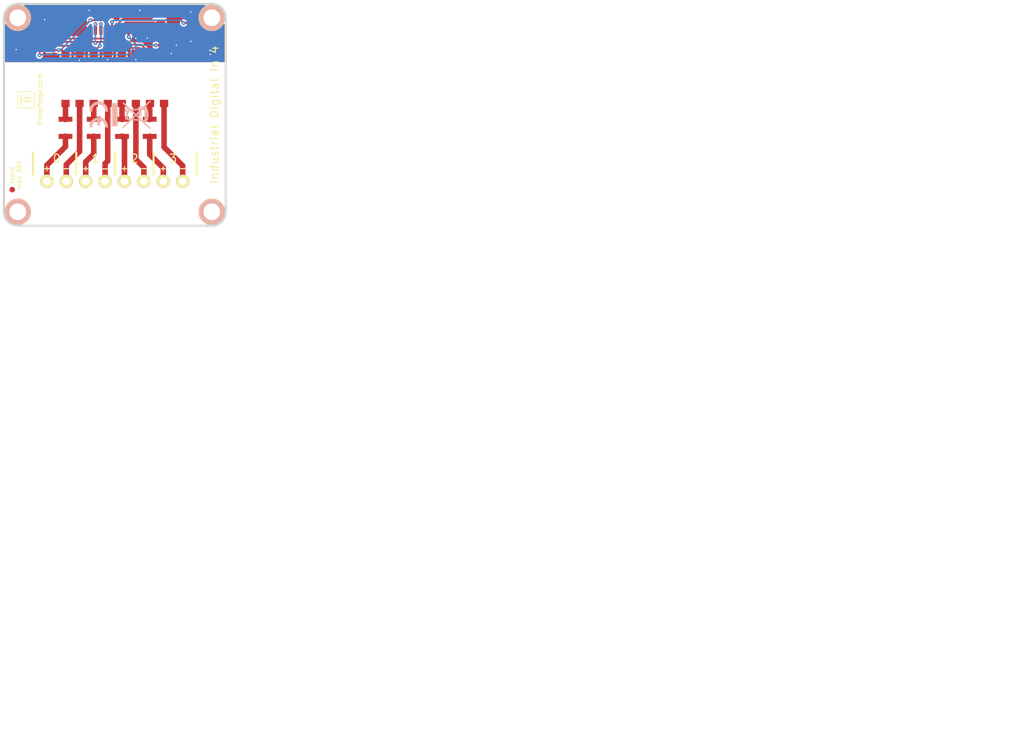
<source format=kicad_pcb>
(kicad_pcb (version 20221018) (generator pcbnew)
  (title_block (date "21 jan 2013"))
  (layers (0 "F.Cu" signal "Front") (31 "B.Cu" signal "Back") (34 "B.Paste" user) (35 "F.Paste" user) (36 "B.SilkS" user "B.Silkscreen") (37 "F.SilkS" user "F.Silkscreen") (38 "B.Mask" user) (39 "F.Mask" user) (44 "Edge.Cuts" user))
  (net 0 "")
  (net 1 "3V3")
  (net 2 "GND")
  (net 3 "INPUT1")
  (net 4 "INPUT2")
  (net 5 "INPUT3")
  (net 6 "INPUT4")
  (net 7 "Net-(P1-Pad1)")
  (net 8 "Net-(P1-Pad4)")
  (net 9 "Net-(P1-Pad5)")
  (net 10 "Net-(P1-Pad6)")
  (net 11 "Net-(P2-Pad2)")
  (net 12 "Net-(P2-Pad3)")
  (net 13 "Net-(P2-Pad4)")
  (net 14 "Net-(P2-Pad1)")
  (net 15 "Net-(P2-Pad5)")
  (net 16 "Net-(P2-Pad6)")
  (net 17 "Net-(P2-Pad7)")
  (net 18 "Net-(P2-Pad8)")
  (net 19 "Net-(R1-Pad1)")
  (net 20 "Net-(R2-Pad1)")
  (net 21 "Net-(R3-Pad1)")
  (net 22 "Net-(R4-Pad1)")
  (net 23 "Net-(U1-Pad7)")
  (footprint "kicad-libraries:SOIC8" (layer "F.Cu") (at 128.80086 42.1005 90)
    (fp_text reference "U1")
    (fp_text value "M24C64")
    (pad "1" smd rect (at -1.90246 2.69748 270) (size 0.59944 1.5494) (layers "F.Cu" "F.Paste" "F.Mask") (net 2 "GND"))
    (pad "2" smd rect (at -0.63246 2.69748 270) (size 0.59944 1.5494) (layers "F.Cu" "F.Paste" "F.Mask") (net 2 "GND"))
    (pad "3" smd rect (at 0.63246 2.69748 270) (size 0.59944 1.5494) (layers "F.Cu" "F.Paste" "F.Mask") (net 10 "Net-(P1-Pad6)"))
    (pad "4" smd rect (at 1.90246 2.69748 270) (size 0.59944 1.5494) (layers "F.Cu" "F.Paste" "F.Mask") (net 2 "GND"))
    (pad "5" smd rect (at 1.90246 -2.69748 90) (size 0.59944 1.5494) (layers "F.Cu" "F.Paste" "F.Mask") (net 9 "Net-(P1-Pad5)"))
    (pad "6" smd rect (at 0.63246 -2.69748 90) (size 0.59944 1.5494) (layers "F.Cu" "F.Paste" "F.Mask") (net 8 "Net-(P1-Pad4)"))
    (pad "7" smd rect (at -0.63246 -2.69748 90) (size 0.59944 1.5494) (layers "F.Cu" "F.Paste" "F.Mask") (net 23 "Net-(U1-Pad7)"))
    (pad "8" smd rect (at -1.90246 -2.69748 90) (size 0.59944 1.5494) (layers "F.Cu" "F.Paste" "F.Mask") (net 1 "3V3"))
  )
  (footprint "kicad-libraries:OQ_8P" (layer "F.Cu") (at 117.80012 70.05066)
    (fp_text reference "P2")
    (fp_text value "Digital Input")
    (pad "1" thru_hole circle (at -12.25042 0) (size 2.4003 2.4003) (drill 1.39954) (layers "*.Cu" "*.Mask" "F.SilkS") (net 14 "Net-(P2-Pad1)"))
    (pad "2" thru_hole circle (at -8.7503 0) (size 2.4003 2.4003) (drill 1.39954) (layers "*.Cu" "*.Mask" "F.SilkS") (net 11 "Net-(P2-Pad2)"))
    (pad "3" thru_hole circle (at -5.25018 0) (size 2.4003 2.4003) (drill 1.39954) (layers "*.Cu" "*.Mask" "F.SilkS") (net 12 "Net-(P2-Pad3)"))
    (pad "4" thru_hole circle (at -1.75006 0) (size 2.4003 2.4003) (drill 1.39954) (layers "*.Cu" "*.Mask" "F.SilkS") (net 13 "Net-(P2-Pad4)"))
    (pad "5" thru_hole circle (at 1.75006 0) (size 2.4003 2.4003) (drill 1.39954) (layers "*.Cu" "*.Mask" "F.SilkS") (net 15 "Net-(P2-Pad5)"))
    (pad "6" thru_hole circle (at 5.25018 0) (size 2.4003 2.4003) (drill 1.39954) (layers "*.Cu" "*.Mask" "F.SilkS") (net 16 "Net-(P2-Pad6)"))
    (pad "7" thru_hole circle (at 8.7503 0) (size 2.4003 2.4003) (drill 1.39954) (layers "*.Cu" "*.Mask" "F.SilkS") (net 17 "Net-(P2-Pad7)"))
    (pad "8" thru_hole circle (at 12.25042 0) (size 2.4003 2.4003) (drill 1.39954) (layers "*.Cu" "*.Mask" "F.SilkS") (net 18 "Net-(P2-Pad8)"))
  )
  (footprint "kicad-libraries:OPTO-SMD16" (layer "F.Cu") (at 117.80012 51.50104)
    (fp_text reference "U2")
    (fp_text value "LTV846S")
    (pad "1" smd rect (at -8.88746 4.49834 180) (size 1.4986 1.29794) (layers "F.Cu" "F.Paste" "F.Mask") (net 19 "Net-(R1-Pad1)"))
    (pad "2" smd rect (at -6.34746 4.49834 180) (size 1.4986 1.29794) (layers "F.Cu" "F.Paste" "F.Mask") (net 11 "Net-(P2-Pad2)"))
    (pad "3" smd rect (at -3.80746 4.49834 180) (size 1.4986 1.29794) (layers "F.Cu" "F.Paste" "F.Mask") (net 20 "Net-(R2-Pad1)"))
    (pad "4" smd rect (at -1.26746 4.49834 180) (size 1.4986 1.29794) (layers "F.Cu" "F.Paste" "F.Mask") (net 13 "Net-(P2-Pad4)"))
    (pad "5" smd rect (at 1.26746 4.49834 180) (size 1.4986 1.29794) (layers "F.Cu" "F.Paste" "F.Mask") (net 21 "Net-(R3-Pad1)"))
    (pad "6" smd rect (at 3.80746 4.49834 180) (size 1.4986 1.29794) (layers "F.Cu" "F.Paste" "F.Mask") (net 16 "Net-(P2-Pad6)"))
    (pad "7" smd rect (at 6.34746 4.49834 180) (size 1.4986 1.29794) (layers "F.Cu" "F.Paste" "F.Mask") (net 22 "Net-(R4-Pad1)"))
    (pad "8" smd rect (at 8.88746 4.49834 180) (size 1.4986 1.29794) (layers "F.Cu" "F.Paste" "F.Mask") (net 18 "Net-(P2-Pad8)"))
    (pad "9" smd rect (at 8.88746 -4.49834) (size 1.4986 1.29794) (layers "F.Cu" "F.Paste" "F.Mask") (net 2 "GND"))
    (pad "10" smd rect (at 6.34746 -4.49834) (size 1.4986 1.29794) (layers "F.Cu" "F.Paste" "F.Mask") (net 6 "INPUT4"))
    (pad "11" smd rect (at 3.80746 -4.49834) (size 1.4986 1.29794) (layers "F.Cu" "F.Paste" "F.Mask") (net 2 "GND"))
    (pad "12" smd rect (at 1.26746 -4.49834) (size 1.4986 1.29794) (layers "F.Cu" "F.Paste" "F.Mask") (net 5 "INPUT3"))
    (pad "13" smd rect (at -1.26746 -4.49834) (size 1.4986 1.29794) (layers "F.Cu" "F.Paste" "F.Mask") (net 2 "GND"))
    (pad "14" smd rect (at -3.80746 -4.49834) (size 1.4986 1.29794) (layers "F.Cu" "F.Paste" "F.Mask") (net 4 "INPUT2"))
    (pad "15" smd rect (at -6.34746 -4.49834) (size 1.4986 1.29794) (layers "F.Cu" "F.Paste" "F.Mask") (net 2 "GND"))
    (pad "16" smd rect (at -8.88746 -4.49834) (size 1.4986 1.29794) (layers "F.Cu" "F.Paste" "F.Mask") (net 3 "INPUT1"))
  )
  (footprint "kicad-libraries:DRILL_NP" (layer "F.Cu") (at 100.29952 40.5511)
    (fp_text reference "U3" hide)
    (fp_text value "DRILL" hide)
    (pad "" np_thru_hole circle (at 0 0) (size 2.99974 2.99974) (drill 2.99974) (layers "*.Cu" "*.Mask" "F.SilkS") (clearance 0.89916))
  )
  (footprint "kicad-libraries:DRILL_NP" (layer "F.Cu") (at 135.30072 40.5511)
    (fp_text reference "U4" hide)
    (fp_text value "DRILL" hide)
    (pad "" np_thru_hole circle (at 0 0) (size 2.99974 2.99974) (drill 2.99974) (layers "*.Cu" "*.Mask" "F.SilkS") (clearance 0.89916))
  )
  (footprint "kicad-libraries:DRILL_NP" (layer "F.Cu") (at 135.30072 75.54976)
    (fp_text reference "U5" hide)
    (fp_text value "DRILL" hide)
    (pad "" np_thru_hole circle (at 0 0) (size 2.99974 2.99974) (drill 2.99974) (layers "*.Cu" "*.Mask" "F.SilkS") (clearance 0.89916))
  )
  (footprint "kicad-libraries:DRILL_NP" (layer "F.Cu") (at 100.29952 75.54976)
    (fp_text reference "U6" hide)
    (fp_text value "DRILL" hide)
    (pad "" np_thru_hole circle (at 0 0) (size 2.99974 2.99974) (drill 2.99974) (layers "*.Cu" "*.Mask" "F.SilkS") (clearance 0.89916))
  )
  (footprint "kicad-libraries:CON-SENSOR" (layer "F.Cu") (at 117.80012 38.0492 180)
    (fp_text reference "P1")
    (fp_text value "CON-SENSOR")
    (pad "1" smd rect (at -4.50088 -4.7752 180) (size 0.59944 1.5494) (layers "F.Cu" "F.Paste" "F.Mask") (net 7 "Net-(P1-Pad1)"))
    (pad "2" smd rect (at -3.50012 -4.7752 180) (size 0.59944 1.5494) (layers "F.Cu" "F.Paste" "F.Mask") (net 2 "GND"))
    (pad "3" smd rect (at -2.49936 -4.7752 180) (size 0.59944 1.5494) (layers "F.Cu" "F.Paste" "F.Mask") (net 1 "3V3"))
    (pad "4" smd rect (at -1.50114 -4.7752 180) (size 0.59944 1.5494) (layers "F.Cu" "F.Paste" "F.Mask") (net 8 "Net-(P1-Pad4)"))
    (pad "5" smd rect (at -0.50038 -4.7752 180) (size 0.59944 1.5494) (layers "F.Cu" "F.Paste" "F.Mask") (net 9 "Net-(P1-Pad5)"))
    (pad "6" smd rect (at 0.50038 -4.7752 180) (size 0.59944 1.5494) (layers "F.Cu" "F.Paste" "F.Mask") (net 10 "Net-(P1-Pad6)"))
    (pad "7" smd rect (at 1.50114 -4.7752 180) (size 0.59944 1.5494) (layers "F.Cu" "F.Paste" "F.Mask") (net 3 "INPUT1"))
    (pad "8" smd rect (at 2.49936 -4.7752 180) (size 0.59944 1.5494) (layers "F.Cu" "F.Paste" "F.Mask") (net 4 "INPUT2"))
    (pad "9" smd rect (at 3.50012 -4.7752 180) (size 0.59944 1.5494) (layers "F.Cu" "F.Paste" "F.Mask") (net 5 "INPUT3"))
    (pad "10" smd rect (at 4.50088 -4.7752 180) (size 0.59944 1.5494) (layers "F.Cu" "F.Paste" "F.Mask") (net 6 "INPUT4"))
    (pad "EP" smd rect (at -5.79882 -0.89916 180) (size 1.19888 1.80086) (layers "F.Cu" "F.Paste" "F.Mask") (net 2 "GND"))
    (pad "EP" smd rect (at 5.79882 -0.89916 180) (size 1.19888 1.80086) (layers "F.Cu" "F.Paste" "F.Mask") (net 2 "GND"))
  )
  (footprint "kicad-libraries:0603X4" (layer "F.Cu") (at 105.10012 45.1993 -90)
    (fp_text reference "RP1")
    (fp_text value "10k")
    (pad "1" smd rect (at 1.19888 -0.8509 270) (size 0.44958 0.89916) (layers "F.Cu" "F.Paste" "F.Mask") (net 3 "INPUT1"))
    (pad "2" smd rect (at 0.39878 -0.8509 270) (size 0.44958 0.89916) (layers "F.Cu" "F.Paste" "F.Mask") (net 4 "INPUT2"))
    (pad "3" smd rect (at -0.39878 -0.8509 270) (size 0.44958 0.89916) (layers "F.Cu" "F.Paste" "F.Mask") (net 5 "INPUT3"))
    (pad "4" smd rect (at -1.19888 -0.8509 270) (size 0.44958 0.89916) (layers "F.Cu" "F.Paste" "F.Mask") (net 6 "INPUT4"))
    (pad "5" smd rect (at -1.19888 0.8509 270) (size 0.44958 0.89916) (layers "F.Cu" "F.Paste" "F.Mask") (net 1 "3V3"))
    (pad "6" smd rect (at -0.39878 0.8509 270) (size 0.44958 0.89916) (layers "F.Cu" "F.Paste" "F.Mask") (net 1 "3V3"))
    (pad "7" smd rect (at 0.39878 0.8509 270) (size 0.44958 0.89916) (layers "F.Cu" "F.Paste" "F.Mask") (net 1 "3V3"))
    (pad "8" smd rect (at 1.19888 0.8509 270) (size 0.44958 0.89916) (layers "F.Cu" "F.Paste" "F.Mask") (net 1 "3V3"))
  )
  (footprint "kicad-libraries:Fiducial_Mark" (layer "F.Cu") (at 99.3013 71.54926)
    (fp_text reference "Fiducial_Mark" hide)
    (fp_text value "VAL**" hide)
    (pad "1" smd circle (at 0 0) (size 1.00076 1.00076) (layers "F.Cu" "F.Paste" "F.Mask") (clearance 0.65024))
  )
  (footprint "kicad-libraries:Fiducial_Mark" (layer "F.Cu") (at 135.8011 44.54906)
    (fp_text reference "Fiducial_Mark" hide)
    (fp_text value "VAL**" hide)
    (pad "1" smd circle (at 0 0) (size 1.00076 1.00076) (layers "F.Cu" "F.Paste" "F.Mask") (clearance 0.65024))
  )
  (footprint "kicad-libraries:Logo_31x31" (layer "F.Cu") (at 100.17506 56.92394 90)
    (fp_text reference "G***" hide)
    (fp_text value "Logo_31x31" hide)
  )
  (footprint "kicad-libraries:C0603" (layer "F.Cu") (at 126.90094 45.49902)
    (fp_text reference "C1")
    (fp_text value "100nF")
    (pad "1" smd rect (at -0.8001 0) (size 0.8001 0.8001) (layers "F.Cu" "F.Paste" "F.Mask") (net 1 "3V3"))
    (pad "2" smd rect (at 0.8001 0) (size 0.8001 0.8001) (layers "F.Cu" "F.Paste" "F.Mask") (net 2 "GND"))
  )
  (footprint "kicad-libraries:R1210" (layer "F.Cu") (at 108.89996 60.4012 -90)
    (fp_text reference "R1")
    (fp_text value "4.7k")
    (pad "1" smd rect (at -1.5494 0 270) (size 0.89916 2.49936) (layers "F.Cu" "F.Paste" "F.Mask") (net 19 "Net-(R1-Pad1)") (clearance 0.14986))
    (pad "2" smd rect (at 1.5494 0 270) (size 0.89916 2.49936) (layers "F.Cu" "F.Paste" "F.Mask") (net 14 "Net-(P2-Pad1)") (clearance 0.14986))
  )
  (footprint "kicad-libraries:R1210" (layer "F.Cu") (at 114.00028 60.4012 -90)
    (fp_text reference "R2")
    (fp_text value "4.7k")
    (pad "1" smd rect (at -1.5494 0 270) (size 0.89916 2.49936) (layers "F.Cu" "F.Paste" "F.Mask") (net 20 "Net-(R2-Pad1)") (clearance 0.14986))
    (pad "2" smd rect (at 1.5494 0 270) (size 0.89916 2.49936) (layers "F.Cu" "F.Paste" "F.Mask") (net 12 "Net-(P2-Pad3)") (clearance 0.14986))
  )
  (footprint "kicad-libraries:R1210" (layer "F.Cu") (at 119.1006 60.4012 -90)
    (fp_text reference "R3")
    (fp_text value "4.7k")
    (pad "1" smd rect (at -1.5494 0 270) (size 0.89916 2.49936) (layers "F.Cu" "F.Paste" "F.Mask") (net 21 "Net-(R3-Pad1)") (clearance 0.14986))
    (pad "2" smd rect (at 1.5494 0 270) (size 0.89916 2.49936) (layers "F.Cu" "F.Paste" "F.Mask") (net 15 "Net-(P2-Pad5)") (clearance 0.14986))
  )
  (footprint "kicad-libraries:R1210" (layer "F.Cu") (at 124.09932 60.4012 -90)
    (fp_text reference "R4")
    (fp_text value "4.7k")
    (pad "1" smd rect (at -1.5494 0 270) (size 0.89916 2.49936) (layers "F.Cu" "F.Paste" "F.Mask") (net 22 "Net-(R4-Pad1)") (clearance 0.14986))
    (pad "2" smd rect (at 1.5494 0 270) (size 0.89916 2.49936) (layers "F.Cu" "F.Paste" "F.Mask") (net 17 "Net-(P2-Pad7)") (clearance 0.14986))
  )
  (footprint "kicad-libraries:CE_5mm" (layer "B.Cu") (at 114.9 58.05 -90)
    (fp_text reference "VAL" hide)
    (fp_text value "CE_5mm" hide)
  )
  (footprint "kicad-libraries:WEEE_7mm" (layer "B.Cu") (at 120.775 58.05 90)
    (fp_text reference "VAL" hide)
    (fp_text value "WEEE_7mm" hide)
  )
  (gr_line (start 124.80036 68.84924) (end 124.80036 64.84874) (stroke (width 0.381)) (layer "F.SilkS"))
  (gr_line (start 110.85068 68.84924) (end 110.85068 64.84874) (stroke (width 0.381)) (layer "F.SilkS"))
  (gr_line (start 132.5499 68.84924) (end 132.5499 64.84874) (stroke (width 0.381)) (layer "F.SilkS"))
  (gr_line (start 117.80012 68.84924) (end 117.80012 64.84874) (stroke (width 0.381)) (layer "F.SilkS"))
  (gr_line (start 103.05034 68.84924) (end 103.05034 64.84874) (stroke (width 0.381)) (layer "F.SilkS"))
  (gr_arc (start 97.80016 40.5511) (mid 98.532206 38.783786) (end 100.29952 38.05174) (stroke (width 0.381)) (layer "Edge.Cuts"))
  (gr_arc (start 137.80008 75.54976) (mid 137.06729 77.31887) (end 135.29818 78.05166) (stroke (width 0.381)) (layer "Edge.Cuts"))
  (gr_line (start 97.80016 40.5511) (end 97.80016 75.54976) (stroke (width 0.381)) (layer "Edge.Cuts"))
  (gr_arc (start 135.29818 38.0492) (mid 137.06729 38.78199) (end 137.80008 40.5511) (stroke (width 0.381)) (layer "Edge.Cuts"))
  (gr_arc (start 100.29952 78.04912) (mid 98.532206 77.317074) (end 97.80016 75.54976) (stroke (width 0.381)) (layer "Edge.Cuts"))
  (gr_line (start 100.29952 78.04912) (end 135.30072 78.04912) (stroke (width 0.381)) (layer "Edge.Cuts"))
  (gr_line (start 135.30072 38.0492) (end 100.29952 38.0492) (stroke (width 0.381)) (layer "Edge.Cuts"))
  (gr_line (start 137.80262 75.54976) (end 137.80262 40.5511) (stroke (width 0.381)) (layer "Edge.Cuts"))
  (gr_text "tinkerforge.com" (at 104.30002 55.29834 90) (layer "F.SilkS") (effects (font (size 0.8001 0.8001) (thickness 0.14986))))
  (gr_text "2" (at 121.35104 65.94856) (layer "F.SilkS") (effects (font (size 1.50114 1.50114) (thickness 0.20066))))
  (gr_text "1" (at 114.3 65.94856) (layer "F.SilkS") (effects (font (size 1.50114 1.50114) (thickness 0.20066))))
  (gr_text "-" (at 123.0503 67.69862) (layer "F.SilkS") (effects (font (size 1.00076 1.00076) (thickness 0.20066))))
  (gr_text "Input\nmax 36V" (at 99.90074 68.9483 90) (layer "F.SilkS") (effects (font (size 0.8001 0.8001) (thickness 0.14986))))
  (gr_text "+" (at 105.5497 67.69862) (layer "F.SilkS") (effects (font (size 1.00076 1.00076) (thickness 0.20066))))
  (gr_text "-" (at 130.05054 67.69862) (layer "F.SilkS") (effects (font (size 1.00076 1.00076) (thickness 0.20066))))
  (gr_text "-" (at 116.05006 67.74942) (layer "F.SilkS") (effects (font (size 1.00076 1.00076) (thickness 0.20066))))
  (gr_text "+" (at 112.54994 67.69862) (layer "F.SilkS") (effects (font (size 1.00076 1.00076) (thickness 0.20066))))
  (gr_text "0" (at 107.35056 65.94856) (layer "F.SilkS") (effects (font (size 1.50114 1.50114) (thickness 0.20066))))
  (gr_text "-" (at 109.04982 67.69862) (layer "F.SilkS") (effects (font (size 1.00076 1.00076) (thickness 0.20066))))
  (gr_text "+" (at 119.55018 67.69862) (layer "F.SilkS") (effects (font (size 1.00076 1.00076) (thickness 0.20066))))
  (gr_text "Industrial Digital In 4" (at 135.7503 58.04916 90) (layer "F.SilkS") (effects (font (size 1.50114 1.50114) (thickness 0.20066))))
  (gr_text "3" (at 128.30048 65.94856) (layer "F.SilkS") (effects (font (size 1.50114 1.50114) (thickness 0.20066))))
  (gr_text "+" (at 126.55042 67.69862) (layer "F.SilkS") (effects (font (size 1.00076 1.00076) (thickness 0.20066))))
  (segment (start 125.19914 45.49902) (end 126.10084 45.49902) (width 0.29972) (layer "F.Cu") (net 1))
  (segment (start 104.24922 44.80052) (end 104.24922 44.00042) (width 0.29972) (layer "F.Cu") (net 1))
  (segment (start 104.24922 45.59808) (end 104.24922 44.80052) (width 0.29972) (layer "F.Cu") (net 1))
  (segment (start 104.24922 47.25162) (end 104.20096 47.29988) (width 0.29972) (layer "F.Cu") (net 1))
  (segment (start 126.10338 45.49648) (end 126.10084 45.49902) (width 0.29972) (layer "F.Cu") (net 1))
  (segment (start 104.24922 46.39818) (end 104.24922 45.59808) (width 0.29972) (layer "F.Cu") (net 1))
  (segment (start 104.24922 46.39818) (end 104.24922 47.25162) (width 0.29972) (layer "F.Cu") (net 1))
  (segment (start 126.10338 44.00296) (end 126.10338 45.49648) (width 0.29972) (layer "F.Cu") (net 1))
  (segment (start 120.29948 43.07586) (end 120.29948 44.00042) (width 0.29972) (layer "F.Cu") (net 1))
  (via (at 104.20096 47.29988) (size 0.70104) (drill 0.24892) (layers "F.Cu" "B.Cu") (net 1))
  (via (at 125.19914 45.49902) (size 0.70104) (drill 0.24892) (layers "F.Cu" "B.Cu") (net 1))
  (via (at 120.29948 44.00042) (size 0.70104) (drill 0.24892) (layers "F.Cu" "B.Cu") (net 1))
  (segment (start 121.79808 45.49902) (end 125.19914 45.49902) (width 0.29972) (layer "B.Cu") (net 1))
  (segment (start 120.09628 47.20082) (end 121.79808 45.49902) (width 0.29972) (layer "B.Cu") (net 1))
  (segment (start 104.20096 47.29988) (end 104.30002 47.20082) (width 0.29972) (layer "B.Cu") (net 1))
  (segment (start 104.30002 47.20082) (end 120.09628 47.20082) (width 0.29972) (layer "B.Cu") (net 1))
  (segment (start 120.29948 44.00042) (end 121.79808 45.49902) (width 0.29972) (layer "B.Cu") (net 1))
  (segment (start 131.50088 39.49954) (end 131.49834 39.50208) (width 0.29972) (layer "F.Cu") (net 2))
  (segment (start 111.39932 48.19904) (end 111.45266 48.1457) (width 0.29972) (layer "F.Cu") (net 2))
  (segment (start 111.45266 48.1457) (end 111.45266 47.0027) (width 0.29972) (layer "F.Cu") (net 2))
  (segment (start 131.50088 44.80052) (end 131.49834 44.79798) (width 0.29972) (layer "F.Cu") (net 2))
  (segment (start 128.89992 45.49902) (end 127.70104 45.49902) (width 0.29972) (layer "F.Cu") (net 2))
  (segment (start 131.50088 44.80052) (end 133.20268 44.80052) (width 0.29972) (layer "F.Cu") (net 2))
  (segment (start 133.20268 44.80052) (end 135.04926 47.15002) (width 0.29972) (layer "F.Cu") (net 2))
  (segment (start 105.15092 40.89908) (end 105.15092 41.148) (width 0.29972) (layer "F.Cu") (net 2))
  (segment (start 132.26796 42.73296) (end 131.49834 42.73296) (width 0.29972) (layer "F.Cu") (net 2))
  (segment (start 132.6007 40.89908) (end 132.6007 42.40022) (width 0.29972) (layer "F.Cu") (net 2))
  (segment (start 121.30024 42.8244) (end 121.30024 43.94962) (width 0.29972) (layer "F.Cu") (net 2))
  (segment (start 107.10164 38.94836) (end 105.15092 40.89908) (width 0.29972) (layer "F.Cu") (net 2))
  (segment (start 131.49834 44.00296) (end 131.49834 42.73296) (width 0.29972) (layer "F.Cu") (net 2))
  (segment (start 131.49834 39.50208) (end 131.49834 40.19804) (width 0.29972) (layer "F.Cu") (net 2))
  (segment (start 127.99822 47.0027) (end 128.00076 47.00016) (width 0.29972) (layer "F.Cu") (net 2))
  (segment (start 116.53266 48.06696) (end 116.53266 47.0027) (width 0.29972) (layer "F.Cu") (net 2))
  (segment (start 121.30024 43.94962) (end 121.59996 44.24934) (width 0.29972) (layer "F.Cu") (net 2))
  (segment (start 126.68758 47.0027) (end 127.99822 47.0027) (width 0.29972) (layer "F.Cu") (net 2))
  (segment (start 131.49834 40.19804) (end 131.89966 40.19804) (width 0.29972) (layer "F.Cu") (net 2))
  (segment (start 112.0013 39.19982) (end 113.20018 39.19982) (width 0.29972) (layer "F.Cu") (net 2))
  (segment (start 131.49834 44.79798) (end 131.49834 44.00296) (width 0.29972) (layer "F.Cu") (net 2))
  (segment (start 121.59996 48.09998) (end 121.60758 48.09236) (width 0.29972) (layer "F.Cu") (net 2))
  (segment (start 131.89966 40.19804) (end 132.6007 40.89908) (width 0.29972) (layer "F.Cu") (net 2))
  (segment (start 112.0013 38.94836) (end 107.10164 38.94836) (width 0.29972) (layer "F.Cu") (net 2))
  (segment (start 132.6007 42.40022) (end 132.26796 42.73296) (width 0.29972) (layer "F.Cu") (net 2))
  (segment (start 121.60758 48.09236) (end 121.60758 47.0027) (width 0.29972) (layer "F.Cu") (net 2))
  (segment (start 123.59894 39.19982) (end 122.301 39.19982) (width 0.29972) (layer "F.Cu") (net 2))
  (segment (start 116.49964 48.09998) (end 116.53266 48.06696) (width 0.29972) (layer "F.Cu") (net 2))
  (segment (start 105.15092 41.148) (end 99.9998 46.29912) (width 0.29972) (layer "F.Cu") (net 2))
  (via (at 113.20018 39.19982) (size 0.70104) (drill 0.24892) (layers "F.Cu" "B.Cu") (net 2))
  (via (at 111.39932 48.19904) (size 0.70104) (drill 0.24892) (layers "F.Cu" "B.Cu") (net 2))
  (via (at 128.00076 47.00016) (size 0.70104) (drill 0.24892) (layers "F.Cu" "B.Cu") (net 2))
  (via (at 131.50088 39.49954) (size 0.70104) (drill 0.24892) (layers "F.Cu" "B.Cu") (net 2))
  (via (at 121.59996 44.24934) (size 0.70104) (drill 0.24892) (layers "F.Cu" "B.Cu") (net 2))
  (via (at 131.50088 44.80052) (size 0.70104) (drill 0.24892) (layers "F.Cu" "B.Cu") (net 2))
  (via (at 123.64974 44.24934) (size 0.70104) (drill 0.24892) (layers "F.Cu" "B.Cu") (net 2))
  (via (at 105.15092 40.89908) (size 0.70104) (drill 0.24892) (layers "F.Cu" "B.Cu") (net 2))
  (via (at 121.59996 48.09998) (size 0.70104) (drill 0.24892) (layers "F.Cu" "B.Cu") (net 2))
  (via (at 116.49964 48.09998) (size 0.70104) (drill 0.24892) (layers "F.Cu" "B.Cu") (net 2))
  (via (at 99.9998 46.29912) (size 0.70104) (drill 0.24892) (layers "F.Cu" "B.Cu") (net 2))
  (via (at 135.04926 47.15002) (size 0.70104) (drill 0.24892) (layers "F.Cu" "B.Cu") (net 2))
  (via (at 128.89992 45.49902) (size 0.70104) (drill 0.24892) (layers "F.Cu" "B.Cu") (net 2))
  (via (at 122.301 39.19982) (size 0.70104) (drill 0.24892) (layers "F.Cu" "B.Cu") (net 2))
  (segment (start 122.60072 39.49954) (end 131.50088 39.49954) (width 0.29972) (layer "B.Cu") (net 2))
  (segment (start 125.24994 44.24934) (end 126.49962 45.49902) (width 0.29972) (layer "B.Cu") (net 2))
  (segment (start 123.64974 44.24934) (end 125.24994 44.24934) (width 0.29972) (layer "B.Cu") (net 2))
  (segment (start 121.59996 44.24934) (end 123.64974 44.24934) (width 0.29972) (layer "B.Cu") (net 2))
  (segment (start 121.59996 48.09998) (end 116.49964 48.09998) (width 0.29972) (layer "B.Cu") (net 2))
  (segment (start 116.49964 48.09998) (end 111.49838 48.09998) (width 0.29972) (layer "B.Cu") (net 2))
  (segment (start 128.00076 47.00016) (end 122.69978 47.00016) (width 0.29972) (layer "B.Cu") (net 2))
  (segment (start 126.49962 45.49902) (end 128.89992 45.49902) (width 0.29972) (layer "B.Cu") (net 2))
  (segment (start 130.80238 45.49902) (end 131.50088 44.80052) (width 0.29972) (layer "B.Cu") (net 2))
  (segment (start 111.49838 48.09998) (end 111.39932 48.19904) (width 0.29972) (layer "B.Cu") (net 2))
  (segment (start 122.69978 47.00016) (end 121.59996 48.09998) (width 0.29972) (layer "B.Cu") (net 2))
  (segment (start 113.20018 39.19982) (end 122.301 39.19982) (width 0.29972) (layer "B.Cu") (net 2))
  (segment (start 128.00076 47.00016) (end 128.89992 46.101) (width 0.29972) (layer "B.Cu") (net 2))
  (segment (start 128.89992 46.101) (end 128.89992 45.49902) (width 0.29972) (layer "B.Cu") (net 2))
  (segment (start 128.89992 45.49902) (end 130.80238 45.49902) (width 0.29972) (layer "B.Cu") (net 2))
  (segment (start 122.301 39.19982) (end 122.60072 39.49954) (width 0.29972) (layer "B.Cu") (net 2))
  (segment (start 113.40338 41.00068) (end 113.40084 40.99814) (width 0.29972) (layer "F.Cu") (net 3))
  (segment (start 115.80114 41.00068) (end 114.09934 41.00068) (width 0.29972) (layer "F.Cu") (net 3))
  (segment (start 107.70108 46.39818) (end 108.30814 46.39818) (width 0.29972) (layer "F.Cu") (net 3))
  (segment (start 114.09934 41.00068) (end 113.40338 41.00068) (width 0.29972) (layer "F.Cu") (net 3))
  (segment (start 107.70108 46.40072) (end 107.70108 46.39818) (width 0.29972) (layer "F.Cu") (net 3))
  (segment (start 105.95102 46.39818) (end 107.70108 46.39818) (width 0.29972) (layer "F.Cu") (net 3))
  (segment (start 116.29898 41.49852) (end 115.80114 41.00068) (width 0.29972) (layer "F.Cu") (net 3))
  (segment (start 116.29898 43.07586) (end 116.29898 41.49852) (width 0.29972) (layer "F.Cu") (net 3))
  (segment (start 108.30814 46.39818) (end 108.91266 47.0027) (width 0.29972) (layer "F.Cu") (net 3))
  (via (at 107.70108 46.40072) (size 0.70104) (drill 0.24892) (layers "F.Cu" "B.Cu") (net 3))
  (via (at 113.40084 40.99814) (size 0.70104) (drill 0.24892) (layers "F.Cu" "B.Cu") (net 3))
  (segment (start 113.40084 40.99814) (end 107.99826 46.40072) (width 0.29972) (layer "B.Cu") (net 3))
  (segment (start 107.99826 46.40072) (end 107.70108 46.40072) (width 0.29972) (layer "B.Cu") (net 3))
  (segment (start 115.1001 45.60062) (end 113.99266 46.70806) (width 0.29972) (layer "F.Cu") (net 4))
  (segment (start 115.30076 43.07586) (end 115.30076 41.69918) (width 0.29972) (layer "F.Cu") (net 4))
  (segment (start 112.58804 45.59808) (end 113.99266 47.0027) (width 0.29972) (layer "F.Cu") (net 4))
  (segment (start 113.99266 46.70806) (end 113.99266 47.0027) (width 0.29972) (layer "F.Cu") (net 4))
  (segment (start 105.95102 45.59808) (end 112.58804 45.59808) (width 0.29972) (layer "F.Cu") (net 4))
  (via (at 115.1001 45.60062) (size 0.70104) (drill 0.24892) (layers "F.Cu" "B.Cu") (net 4))
  (via (at 115.30076 41.69918) (size 0.70104) (drill 0.24892) (layers "F.Cu" "B.Cu") (net 4))
  (segment (start 115.1001 45.10024) (end 115.1001 45.60062) (width 0.29972) (layer "B.Cu") (net 4))
  (segment (start 115.30076 44.89958) (end 115.1001 45.10024) (width 0.29972) (layer "B.Cu") (net 4))
  (segment (start 115.30076 41.69918) (end 115.30076 44.89958) (width 0.29972) (layer "B.Cu") (net 4))
  (segment (start 116.96446 44.89958) (end 119.06758 47.0027) (width 0.29972) (layer "F.Cu") (net 5))
  (segment (start 114.3 45.10024) (end 114.3 44.89958) (width 0.29972) (layer "F.Cu") (net 5))
  (segment (start 114.3 43.07586) (end 114.3 41.69918) (width 0.29972) (layer "F.Cu") (net 5))
  (segment (start 106.89844 44.80052) (end 106.9975 44.89958) (width 0.29972) (layer "F.Cu") (net 5))
  (segment (start 106.9975 44.89958) (end 114.3 44.89958) (width 0.29972) (layer "F.Cu") (net 5))
  (segment (start 114.3 44.89958) (end 116.96446 44.89958) (width 0.29972) (layer "F.Cu") (net 5))
  (segment (start 105.95102 44.80052) (end 106.89844 44.80052) (width 0.29972) (layer "F.Cu") (net 5))
  (via (at 114.3 41.69918) (size 0.70104) (drill 0.24892) (layers "F.Cu" "B.Cu") (net 5))
  (via (at 114.3 45.10024) (size 0.70104) (drill 0.24892) (layers "F.Cu" "B.Cu") (net 5))
  (segment (start 114.3 41.69918) (end 114.3 45.10024) (width 0.29972) (layer "B.Cu") (net 5))
  (segment (start 119.40032 44.30014) (end 113.29924 44.30014) (width 0.29972) (layer "F.Cu") (net 6))
  (segment (start 107.70108 44.30014) (end 107.40136 44.00042) (width 0.29972) (layer "F.Cu") (net 6))
  (segment (start 113.29924 44.30014) (end 107.70108 44.30014) (width 0.29972) (layer "F.Cu") (net 6))
  (segment (start 107.40136 44.00042) (end 105.95102 44.00042) (width 0.29972) (layer "F.Cu") (net 6))
  (segment (start 113.29924 43.07586) (end 113.29924 44.30014) (width 0.29972) (layer "F.Cu") (net 6))
  (segment (start 120.50014 45.39996) (end 122.54484 45.39996) (width 0.29972) (layer "F.Cu") (net 6))
  (segment (start 122.54484 45.39996) (end 124.14758 47.0027) (width 0.29972) (layer "F.Cu") (net 6))
  (segment (start 119.40032 44.30014) (end 120.50014 45.39996) (width 0.29972) (layer "F.Cu") (net 6))
  (segment (start 119.30126 41.79824) (end 119.70004 41.39946) (width 0.29972) (layer "F.Cu") (net 8))
  (segment (start 119.30126 43.07586) (end 119.30126 41.79824) (width 0.29972) (layer "F.Cu") (net 8))
  (segment (start 124.8664 41.46804) (end 126.10338 41.46804) (width 0.29972) (layer "F.Cu") (net 8))
  (segment (start 119.70004 41.39946) (end 124.79782 41.39946) (width 0.29972) (layer "F.Cu") (net 8))
  (segment (start 124.79782 41.39946) (end 124.8664 41.46804) (width 0.29972) (layer "F.Cu") (net 8))
  (segment (start 124.39904 40.70096) (end 119.29872 40.70096) (width 0.29972) (layer "F.Cu") (net 9))
  (segment (start 118.3005 41.69918) (end 118.3005 43.07586) (width 0.29972) (layer "F.Cu") (net 9))
  (segment (start 119.29872 40.70096) (end 118.3005 41.69918) (width 0.29972) (layer "F.Cu") (net 9))
  (segment (start 124.90196 40.19804) (end 124.39904 40.70096) (width 0.29972) (layer "F.Cu") (net 9))
  (segment (start 126.10338 40.19804) (end 124.90196 40.19804) (width 0.29972) (layer "F.Cu") (net 9))
  (segment (start 130.2004 41.50106) (end 130.23342 41.46804) (width 0.29972) (layer "F.Cu") (net 10))
  (segment (start 130.23342 41.46804) (end 131.49834 41.46804) (width 0.29972) (layer "F.Cu") (net 10))
  (segment (start 117.29974 43.07586) (end 117.29974 41.3004) (width 0.29972) (layer "F.Cu") (net 10))
  (via (at 130.2004 41.50106) (size 0.70104) (drill 0.24892) (layers "F.Cu" "B.Cu") (net 10))
  (via (at 117.29974 41.3004) (size 0.70104) (drill 0.24892) (layers "F.Cu" "B.Cu") (net 10))
  (segment (start 117.29974 41.3004) (end 117.59946 41.00068) (width 0.29972) (layer "B.Cu") (net 10))
  (segment (start 129.70002 41.00068) (end 130.2004 41.50106) (width 0.29972) (layer "B.Cu") (net 10))
  (segment (start 117.59946 41.00068) (end 129.70002 41.00068) (width 0.29972) (layer "B.Cu") (net 10))
  (segment (start 109.04982 67.05092) (end 111.45266 64.64808) (width 1.00076) (layer "F.Cu") (net 11))
  (segment (start 111.45266 64.64808) (end 111.45266 55.99938) (width 1.00076) (layer "F.Cu") (net 11))
  (segment (start 109.04982 69.7992) (end 109.04982 67.05092) (width 1.00076) (layer "F.Cu") (net 11))
  (segment (start 112.54994 66.55054) (end 114.00028 65.1002) (width 1.00076) (layer "F.Cu") (net 12))
  (segment (start 112.54994 69.7992) (end 112.54994 66.55054) (width 1.00076) (layer "F.Cu") (net 12))
  (segment (start 114.00028 65.1002) (end 114.00028 61.90234) (width 1.00076) (layer "F.Cu") (net 12))
  (segment (start 116.53266 66.36766) (end 116.53266 55.99938) (width 1.00076) (layer "F.Cu") (net 13))
  (segment (start 116.05006 69.7992) (end 116.05006 66.85026) (width 1.00076) (layer "F.Cu") (net 13))
  (segment (start 116.05006 66.85026) (end 116.53266 66.36766) (width 1.00076) (layer "F.Cu") (net 13))
  (segment (start 105.5497 67.14998) (end 108.89996 63.79972) (width 1.00076) (layer "F.Cu") (net 14))
  (segment (start 108.89996 63.79972) (end 108.89996 61.90234) (width 1.00076) (layer "F.Cu") (net 14))
  (segment (start 105.5497 69.7992) (end 105.5497 67.14998) (width 1.00076) (layer "F.Cu") (net 14))
  (segment (start 119.55018 62.35192) (end 119.1006 61.90234) (width 1.00076) (layer "F.Cu") (net 15))
  (segment (start 119.55018 69.7992) (end 119.55018 62.35192) (width 1.00076) (layer "F.Cu") (net 15))
  (segment (start 123.0503 69.7992) (end 123.0503 67.5513) (width 1.00076) (layer "F.Cu") (net 16))
  (segment (start 121.60758 66.10858) (end 121.60758 55.99938) (width 1.00076) (layer "F.Cu") (net 16))
  (segment (start 123.0503 67.5513) (end 121.60758 66.10858) (width 1.00076) (layer "F.Cu") (net 16))
  (segment (start 126.55042 67.65036) (end 124.09932 65.19926) (width 1.00076) (layer "F.Cu") (net 17))
  (segment (start 124.09932 65.19926) (end 124.09932 61.90234) (width 1.00076) (layer "F.Cu") (net 17))
  (segment (start 126.55042 69.7992) (end 126.55042 67.65036) (width 1.00076) (layer "F.Cu") (net 17))
  (segment (start 130.05054 69.7992) (end 130.05054 67.25158) (width 1.00076) (layer "F.Cu") (net 18))
  (segment (start 130.05054 67.25158) (end 126.68758 63.88862) (width 1.00076) (layer "F.Cu") (net 18))
  (segment (start 126.68758 63.88862) (end 126.68758 55.99938) (width 1.00076) (layer "F.Cu") (net 18))
  (segment (start 108.89996 58.90006) (end 108.89996 56.01208) (width 1.00076) (layer "F.Cu") (net 19))
  (segment (start 108.89996 56.01208) (end 108.91266 55.99938) (width 1.00076) (layer "F.Cu") (net 19))
  (segment (start 114.00028 58.90006) (end 114.00028 56.007) (width 1.00076) (layer "F.Cu") (net 20))
  (segment (start 114.00028 56.007) (end 113.99266 55.99938) (width 1.00076) (layer "F.Cu") (net 20))
  (segment (start 119.1006 58.90006) (end 119.1006 56.0324) (width 1.00076) (layer "F.Cu") (net 21))
  (segment (start 119.1006 56.0324) (end 119.06758 55.99938) (width 1.00076) (layer "F.Cu") (net 21))
  (segment (start 124.09932 58.90006) (end 124.09932 56.04764) (width 1.00076) (layer "F.Cu") (net 22))
  (segment (start 124.09932 56.04764) (end 124.14758 55.99938) (width 1.00076) (layer "F.Cu") (net 22))
  (zone (net 2) (net_name "GND") (layer "F.Cu") (connect_pads (clearance 0.29972)) (min_thickness 0.254) (fill yes (thermal_gap 0.24892) (thermal_bridge_width 0.25908))
    (polygon (pts (xy 137.80008 48.54956) (xy 137.80008 38.0492) (xy 97.80016 38.0492) (xy 97.80016 48.54956)))
  )
  (zone (net 2) (net_name "GND") (layer "B.Cu") (connect_pads (clearance 0.29972)) (min_thickness 0.254) (fill yes (thermal_gap 0.24892) (thermal_bridge_width 0.25908))
    (polygon (pts (xy 137.80008 48.54956) (xy 137.80008 38.0492) (xy 97.80016 38.0492) (xy 97.80016 48.54956)))
  )
)
</source>
